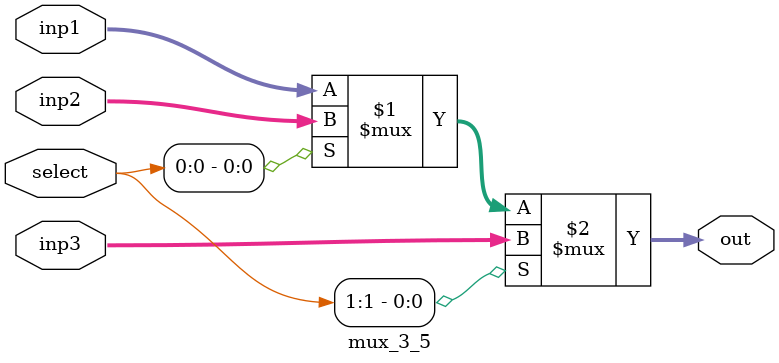
<source format=sv>
`timescale 1ns/1ns
module mux_3_5(input [4:0] inp1,inp2,inp3, input [1:0] select, output [4:0] out);
  assign out = select[1] ? inp3 : (select[0] ? inp2 : inp1);
endmodule
</source>
